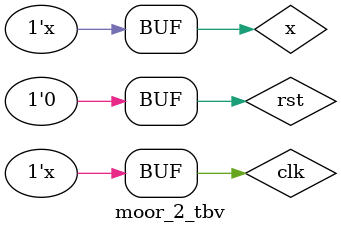
<source format=v>
`timescale 1ns / 1ps

module moor_2_tbv;
reg clk, rst, x;
wire [4:0] seq;
wire z;

moor_2 u_moor_2 (
.clk(clk), .rst(rst), .x(x),
.seq(seq), .z(z) );

initial begin 
    clk = 1'b0;
    rst = 1'b0;
    x = 1'b0;
end
always clk = #10 ~clk;
always x = #17 ~x;
initial rst <= #800 ~rst;
endmodule

</source>
